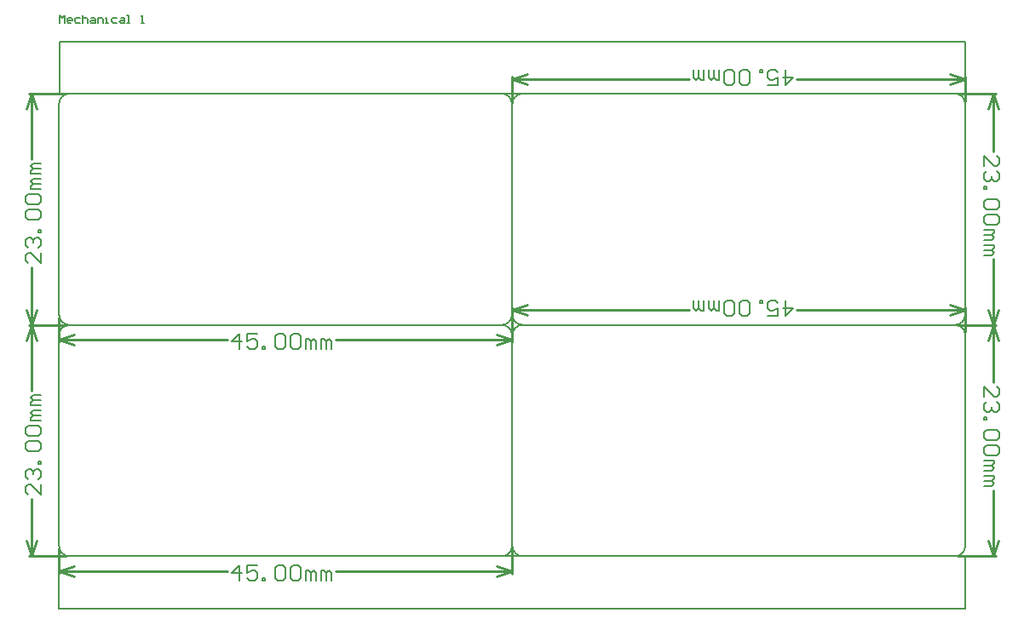
<source format=gm1>
G04*
G04 #@! TF.GenerationSoftware,Altium Limited,Altium Designer,21.2.2 (38)*
G04*
G04 Layer_Color=16711935*
%FSLAX24Y24*%
%MOIN*%
G70*
G04*
G04 #@! TF.SameCoordinates,4FF2B1F3-0D2B-4292-BC26-430B10DD4990*
G04*
G04*
G04 #@! TF.FilePolarity,Positive*
G04*
G01*
G75*
%ADD11C,0.0100*%
%ADD12C,0.0050*%
%ADD13C,0.0060*%
%ADD64C,0.0060*%
D11*
X41117Y23541D02*
Y24515D01*
X23400Y23541D02*
Y24515D01*
X34208Y23641D02*
X41117D01*
X23400D02*
X29989D01*
X40517Y23841D02*
X41117Y23641D01*
X40517Y23441D02*
X41117Y23641D01*
X23400D02*
X24000Y23441D01*
X23400Y23641D02*
X24000Y23841D01*
X22210Y24221D02*
X23694D01*
X22210Y33276D02*
X23694D01*
X22310Y24221D02*
Y26479D01*
Y30698D02*
Y33276D01*
Y24221D02*
X22510Y24821D01*
X22110D02*
X22310Y24221D01*
X22110Y32676D02*
X22310Y33276D01*
X22510Y32676D01*
X41117Y32596D02*
Y33570D01*
X23400Y32596D02*
Y33570D01*
X34208Y32696D02*
X41117D01*
X23400D02*
X29989D01*
X40517Y32896D02*
X41117Y32696D01*
X40517Y32496D02*
X41117Y32696D01*
X23400D02*
X24000Y32496D01*
X23400Y32696D02*
X24000Y32896D01*
X22210Y33276D02*
X23694D01*
X22210Y42331D02*
X23694D01*
X22310Y33276D02*
Y35534D01*
Y39753D02*
Y42331D01*
Y33276D02*
X22510Y33876D01*
X22110D02*
X22310Y33276D01*
X22110Y41731D02*
X22310Y42331D01*
X22510Y41731D01*
X41135Y43011D02*
Y42038D01*
X58851Y43011D02*
Y42038D01*
X48044Y42911D02*
X41135D01*
X58851D02*
X52263D01*
X41735Y42711D02*
X41135Y42911D01*
X41735Y43111D02*
X41135Y42911D01*
X58851D02*
X58251Y43111D01*
X58851Y42911D02*
X58251Y42711D01*
X60041Y42331D02*
X58558D01*
X60041Y33276D02*
X58558D01*
X59941Y42331D02*
Y40073D01*
Y35854D02*
Y33276D01*
Y42331D02*
X59741Y41731D01*
X60141D02*
X59941Y42331D01*
X60141Y33876D02*
X59941Y33276D01*
X59741Y33876D01*
X41135Y33956D02*
Y32983D01*
X58851Y33956D02*
Y32983D01*
X48044Y33856D02*
X41135D01*
X58851D02*
X52263D01*
X41735Y33656D02*
X41135Y33856D01*
X41735Y34056D02*
X41135Y33856D01*
X58851D02*
X58251Y34056D01*
X58851Y33856D02*
X58251Y33656D01*
X60041Y33276D02*
X58558D01*
X60041Y24221D02*
X58558D01*
X59941Y33276D02*
Y31018D01*
Y26799D02*
Y24221D01*
Y33276D02*
X59741Y32676D01*
X60141D02*
X59941Y33276D01*
X60141Y24821D02*
X59941Y24221D01*
X59741Y24821D01*
D12*
X23410Y45110D02*
Y45410D01*
X23510Y45310D01*
X23610Y45410D01*
Y45110D01*
X23860D02*
X23760D01*
X23710Y45160D01*
Y45260D01*
X23760Y45310D01*
X23860D01*
X23910Y45260D01*
Y45210D01*
X23710D01*
X24210Y45310D02*
X24060D01*
X24010Y45260D01*
Y45160D01*
X24060Y45110D01*
X24210D01*
X24310Y45410D02*
Y45110D01*
Y45260D01*
X24360Y45310D01*
X24460D01*
X24510Y45260D01*
Y45110D01*
X24660Y45310D02*
X24760D01*
X24810Y45260D01*
Y45110D01*
X24660D01*
X24610Y45160D01*
X24660Y45210D01*
X24810D01*
X24910Y45110D02*
Y45310D01*
X25059D01*
X25109Y45260D01*
Y45110D01*
X25209D02*
X25309D01*
X25259D01*
Y45310D01*
X25209D01*
X25659D02*
X25509D01*
X25459Y45260D01*
Y45160D01*
X25509Y45110D01*
X25659D01*
X25809Y45310D02*
X25909D01*
X25959Y45260D01*
Y45110D01*
X25809D01*
X25759Y45160D01*
X25809Y45210D01*
X25959D01*
X26059Y45110D02*
X26159D01*
X26109D01*
Y45410D01*
X26059D01*
X26609Y45110D02*
X26709D01*
X26659D01*
Y45410D01*
X26609Y45360D01*
D13*
X23415Y44376D02*
X58851D01*
Y42331D02*
Y44376D01*
X23415Y42331D02*
X58851D01*
X23415D02*
Y44376D01*
X58836Y22177D02*
Y24221D01*
X23400D02*
X58836D01*
X23400Y22177D02*
Y24221D01*
Y22177D02*
X58836D01*
X23400Y24615D02*
Y32883D01*
X23794Y24221D02*
X40723D01*
X23794Y33276D02*
X40723D01*
X41117Y24615D02*
Y32883D01*
X30449Y23281D02*
Y23881D01*
X30149Y23581D01*
X30549D01*
X31149Y23881D02*
X30749D01*
Y23581D01*
X30949Y23681D01*
X31049D01*
X31149Y23581D01*
Y23381D01*
X31049Y23281D01*
X30849D01*
X30749Y23381D01*
X31349Y23281D02*
Y23381D01*
X31448D01*
Y23281D01*
X31349D01*
X31848Y23781D02*
X31948Y23881D01*
X32148D01*
X32248Y23781D01*
Y23381D01*
X32148Y23281D01*
X31948D01*
X31848Y23381D01*
Y23781D01*
X32448D02*
X32548Y23881D01*
X32748D01*
X32848Y23781D01*
Y23381D01*
X32748Y23281D01*
X32548D01*
X32448Y23381D01*
Y23781D01*
X33048Y23281D02*
Y23681D01*
X33148D01*
X33248Y23581D01*
Y23281D01*
Y23581D01*
X33348Y23681D01*
X33448Y23581D01*
Y23281D01*
X33648D02*
Y23681D01*
X33748D01*
X33848Y23581D01*
Y23281D01*
Y23581D01*
X33948Y23681D01*
X34048Y23581D01*
Y23281D01*
X22670Y27039D02*
Y26639D01*
X22270Y27039D01*
X22170D01*
X22070Y26939D01*
Y26739D01*
X22170Y26639D01*
Y27239D02*
X22070Y27339D01*
Y27539D01*
X22170Y27639D01*
X22270D01*
X22370Y27539D01*
Y27439D01*
Y27539D01*
X22470Y27639D01*
X22570D01*
X22670Y27539D01*
Y27339D01*
X22570Y27239D01*
X22670Y27839D02*
X22570D01*
Y27939D01*
X22670D01*
Y27839D01*
X22170Y28339D02*
X22070Y28439D01*
Y28639D01*
X22170Y28739D01*
X22570D01*
X22670Y28639D01*
Y28439D01*
X22570Y28339D01*
X22170D01*
Y28939D02*
X22070Y29039D01*
Y29238D01*
X22170Y29338D01*
X22570D01*
X22670Y29238D01*
Y29039D01*
X22570Y28939D01*
X22170D01*
X22670Y29538D02*
X22270D01*
Y29638D01*
X22370Y29738D01*
X22670D01*
X22370D01*
X22270Y29838D01*
X22370Y29938D01*
X22670D01*
Y30138D02*
X22270D01*
Y30238D01*
X22370Y30338D01*
X22670D01*
X22370D01*
X22270Y30438D01*
X22370Y30538D01*
X22670D01*
X23400Y33670D02*
Y41938D01*
X23794Y33276D02*
X40723D01*
X23794Y42331D02*
X40723D01*
X41117Y33670D02*
Y41938D01*
X30449Y32336D02*
Y32936D01*
X30149Y32636D01*
X30549D01*
X31149Y32936D02*
X30749D01*
Y32636D01*
X30949Y32736D01*
X31049D01*
X31149Y32636D01*
Y32436D01*
X31049Y32336D01*
X30849D01*
X30749Y32436D01*
X31349Y32336D02*
Y32436D01*
X31448D01*
Y32336D01*
X31349D01*
X31848Y32836D02*
X31948Y32936D01*
X32148D01*
X32248Y32836D01*
Y32436D01*
X32148Y32336D01*
X31948D01*
X31848Y32436D01*
Y32836D01*
X32448D02*
X32548Y32936D01*
X32748D01*
X32848Y32836D01*
Y32436D01*
X32748Y32336D01*
X32548D01*
X32448Y32436D01*
Y32836D01*
X33048Y32336D02*
Y32736D01*
X33148D01*
X33248Y32636D01*
Y32336D01*
Y32636D01*
X33348Y32736D01*
X33448Y32636D01*
Y32336D01*
X33648D02*
Y32736D01*
X33748D01*
X33848Y32636D01*
Y32336D01*
Y32636D01*
X33948Y32736D01*
X34048Y32636D01*
Y32336D01*
X22670Y36094D02*
Y35694D01*
X22270Y36094D01*
X22170D01*
X22070Y35994D01*
Y35794D01*
X22170Y35694D01*
Y36294D02*
X22070Y36394D01*
Y36594D01*
X22170Y36694D01*
X22270D01*
X22370Y36594D01*
Y36494D01*
Y36594D01*
X22470Y36694D01*
X22570D01*
X22670Y36594D01*
Y36394D01*
X22570Y36294D01*
X22670Y36894D02*
X22570D01*
Y36994D01*
X22670D01*
Y36894D01*
X22170Y37394D02*
X22070Y37494D01*
Y37694D01*
X22170Y37794D01*
X22570D01*
X22670Y37694D01*
Y37494D01*
X22570Y37394D01*
X22170D01*
Y37994D02*
X22070Y38094D01*
Y38294D01*
X22170Y38394D01*
X22570D01*
X22670Y38294D01*
Y38094D01*
X22570Y37994D01*
X22170D01*
X22670Y38594D02*
X22270D01*
Y38693D01*
X22370Y38793D01*
X22670D01*
X22370D01*
X22270Y38893D01*
X22370Y38993D01*
X22670D01*
Y39193D02*
X22270D01*
Y39293D01*
X22370Y39393D01*
X22670D01*
X22370D01*
X22270Y39493D01*
X22370Y39593D01*
X22670D01*
X58851Y41938D02*
Y33670D01*
X58458Y42331D02*
X41529D01*
X58458Y33276D02*
X41529D01*
X41135Y41938D02*
Y33670D01*
X51803Y43271D02*
Y42671D01*
X52103Y42971D01*
X51703D01*
X51103Y42671D02*
X51503D01*
Y42971D01*
X51303Y42871D01*
X51203D01*
X51103Y42971D01*
Y43171D01*
X51203Y43271D01*
X51403D01*
X51503Y43171D01*
X50903Y43271D02*
Y43171D01*
X50803D01*
Y43271D01*
X50903D01*
X50403Y42771D02*
X50303Y42671D01*
X50103D01*
X50003Y42771D01*
Y43171D01*
X50103Y43271D01*
X50303D01*
X50403Y43171D01*
Y42771D01*
X49803D02*
X49703Y42671D01*
X49503D01*
X49403Y42771D01*
Y43171D01*
X49503Y43271D01*
X49703D01*
X49803Y43171D01*
Y42771D01*
X49203Y43271D02*
Y42871D01*
X49103D01*
X49004Y42971D01*
Y43271D01*
Y42971D01*
X48904Y42871D01*
X48804Y42971D01*
Y43271D01*
X48604D02*
Y42871D01*
X48504D01*
X48404Y42971D01*
Y43271D01*
Y42971D01*
X48304Y42871D01*
X48204Y42971D01*
Y43271D01*
X59581Y39513D02*
Y39913D01*
X59981Y39513D01*
X60081D01*
X60181Y39613D01*
Y39813D01*
X60081Y39913D01*
Y39313D02*
X60181Y39213D01*
Y39013D01*
X60081Y38914D01*
X59981D01*
X59881Y39013D01*
Y39113D01*
Y39013D01*
X59781Y38914D01*
X59681D01*
X59581Y39013D01*
Y39213D01*
X59681Y39313D01*
X59581Y38714D02*
X59681D01*
Y38614D01*
X59581D01*
Y38714D01*
X60081Y38214D02*
X60181Y38114D01*
Y37914D01*
X60081Y37814D01*
X59681D01*
X59581Y37914D01*
Y38114D01*
X59681Y38214D01*
X60081D01*
Y37614D02*
X60181Y37514D01*
Y37314D01*
X60081Y37214D01*
X59681D01*
X59581Y37314D01*
Y37514D01*
X59681Y37614D01*
X60081D01*
X59581Y37014D02*
X59981D01*
Y36914D01*
X59881Y36814D01*
X59581D01*
X59881D01*
X59981Y36714D01*
X59881Y36614D01*
X59581D01*
Y36414D02*
X59981D01*
Y36314D01*
X59881Y36214D01*
X59581D01*
X59881D01*
X59981Y36114D01*
X59881Y36014D01*
X59581D01*
X58851Y32883D02*
Y24615D01*
X58458Y33276D02*
X41529D01*
X58458Y24221D02*
X41529D01*
X41135Y32883D02*
Y24615D01*
X51803Y34216D02*
Y33616D01*
X52103Y33916D01*
X51703D01*
X51103Y33616D02*
X51503D01*
Y33916D01*
X51303Y33816D01*
X51203D01*
X51103Y33916D01*
Y34116D01*
X51203Y34216D01*
X51403D01*
X51503Y34116D01*
X50903Y34216D02*
Y34116D01*
X50803D01*
Y34216D01*
X50903D01*
X50403Y33716D02*
X50303Y33616D01*
X50103D01*
X50003Y33716D01*
Y34116D01*
X50103Y34216D01*
X50303D01*
X50403Y34116D01*
Y33716D01*
X49803D02*
X49703Y33616D01*
X49503D01*
X49403Y33716D01*
Y34116D01*
X49503Y34216D01*
X49703D01*
X49803Y34116D01*
Y33716D01*
X49203Y34216D02*
Y33816D01*
X49103D01*
X49004Y33916D01*
Y34216D01*
Y33916D01*
X48904Y33816D01*
X48804Y33916D01*
Y34216D01*
X48604D02*
Y33816D01*
X48504D01*
X48404Y33916D01*
Y34216D01*
Y33916D01*
X48304Y33816D01*
X48204Y33916D01*
Y34216D01*
X59581Y30458D02*
Y30858D01*
X59981Y30458D01*
X60081D01*
X60181Y30558D01*
Y30758D01*
X60081Y30858D01*
Y30258D02*
X60181Y30158D01*
Y29958D01*
X60081Y29858D01*
X59981D01*
X59881Y29958D01*
Y30058D01*
Y29958D01*
X59781Y29858D01*
X59681D01*
X59581Y29958D01*
Y30158D01*
X59681Y30258D01*
X59581Y29658D02*
X59681D01*
Y29558D01*
X59581D01*
Y29658D01*
X60081Y29159D02*
X60181Y29059D01*
Y28859D01*
X60081Y28759D01*
X59681D01*
X59581Y28859D01*
Y29059D01*
X59681Y29159D01*
X60081D01*
Y28559D02*
X60181Y28459D01*
Y28259D01*
X60081Y28159D01*
X59681D01*
X59581Y28259D01*
Y28459D01*
X59681Y28559D01*
X60081D01*
X59581Y27959D02*
X59981D01*
Y27859D01*
X59881Y27759D01*
X59581D01*
X59881D01*
X59981Y27659D01*
X59881Y27559D01*
X59581D01*
Y27359D02*
X59981D01*
Y27259D01*
X59881Y27159D01*
X59581D01*
X59881D01*
X59981Y27059D01*
X59881Y26959D01*
X59581D01*
D64*
X40723Y24221D02*
G03*
X41117Y24615I0J394D01*
G01*
X41117Y32883D02*
G03*
X40723Y33276I-394J0D01*
G01*
X23794D02*
G03*
X23400Y32883I0J-394D01*
G01*
Y24615D02*
G03*
X23794Y24221I394J0D01*
G01*
X40723Y33276D02*
G03*
X41117Y33670I0J394D01*
G01*
X41117Y41938D02*
G03*
X40723Y42331I-394J0D01*
G01*
X23794D02*
G03*
X23400Y41938I0J-394D01*
G01*
Y33670D02*
G03*
X23794Y33276I394J0D01*
G01*
X41529Y42331D02*
G03*
X41135Y41938I0J-394D01*
G01*
X41135Y33670D02*
G03*
X41529Y33276I394J0D01*
G01*
X58458D02*
G03*
X58851Y33670I0J394D01*
G01*
Y41938D02*
G03*
X58458Y42331I-394J0D01*
G01*
X41529Y33276D02*
G03*
X41135Y32883I0J-394D01*
G01*
X41135Y24615D02*
G03*
X41529Y24221I394J0D01*
G01*
X58458D02*
G03*
X58851Y24615I0J394D01*
G01*
Y32883D02*
G03*
X58458Y33276I-394J0D01*
G01*
M02*

</source>
